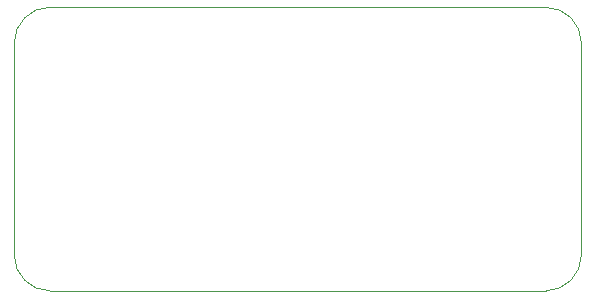
<source format=gbr>
G04*
G04 #@! TF.GenerationSoftware,Altium Limited,Altium Designer,23.0.1 (38)*
G04*
G04 Layer_Color=0*
%FSLAX24Y24*%
%MOIN*%
G70*
G04*
G04 #@! TF.SameCoordinates,4B295FFD-E36D-49C0-9059-740962033B99*
G04*
G04*
G04 #@! TF.FilePolarity,Positive*
G04*
G01*
G75*
%ADD67C,0.0010*%
D67*
X29646Y21428D02*
X29646Y28515D01*
D02*
G02*
X30827Y29696I1181J0D01*
G01*
X47363D01*
D02*
G02*
X48544Y28515I0J-1181D01*
G01*
X48544Y21428D01*
D02*
G02*
X47363Y20247I-1181J0D01*
G01*
X30827Y20247D01*
D02*
G02*
X29646Y21428I0J1181D01*
G01*
M02*

</source>
